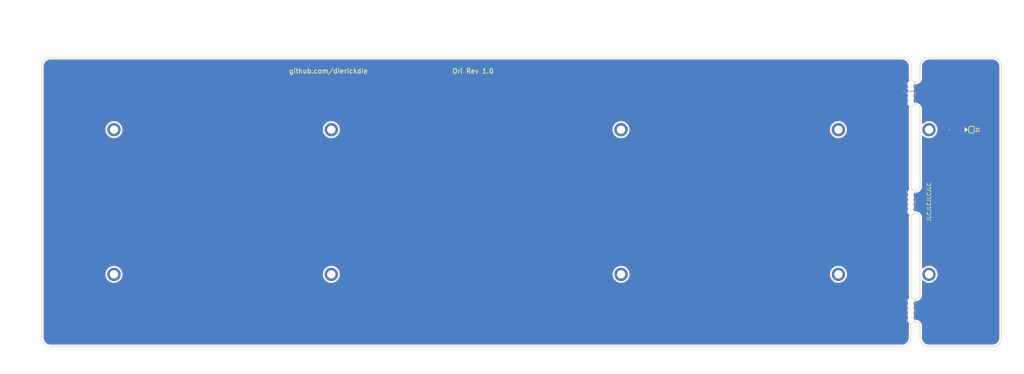
<source format=kicad_pcb>
(kicad_pcb (version 20171130) (host pcbnew "(5.1.10-1-10_14)")
  (layers (0 F.Cu signal) (31 B.Cu signal) (34 B.Paste user) (35 F.Paste user) (36 B.SilkS user) (37 F.SilkS user) (38 B.Mask user) (39 F.Mask user) (44 Edge.Cuts user))
  (net 0 "")
  (net 1 GND)
  (net 2 "Net-(D1-Pad1)")
  (module Keeb_footprints:MX100_outline (layer F.Cu) (at 270.27301 50.00646)
    (fp_text reference U7)
    (fp_text value HOLE)
  )
  (module Keeb_footprints:MX100_outline (layer F.Cu) (at 251.22293 50.00646)
    (fp_text reference U6)
    (fp_text value HOLE)
  )
  (module random-keyboard-parts:Generic-Mounthole (layer F.Cu) (at 379.835826 97.618904)
    (fp_text reference H18)
    (fp_text value MountingHole)
    (pad 1 thru_hole circle (at 0 0) (size 3.5 3.5) (drill 2.2) (layers *.Cu *.Mask))
  )
  (module random-keyboard-parts:Generic-Mounthole (layer F.Cu) (at 379.835826 59.518936)
    (fp_text reference H17)
    (fp_text value MountingHole)
    (pad 1 thru_hole circle (at 0 0) (size 3.5 3.5) (drill 2.2) (layers *.Cu *.Mask))
  )
  (module Keeb_footprints:D_SOD-123_modified (layer F.Cu) (at 389.36137 59.51884 180)
    (fp_text reference D1 (at -3.302 0 90) (layer F.SilkS) (effects (font (size 0.8 0.7))))
    (fp_text value DIODE)
    (fp_line (start -0.9 -0.4) (end -0.9 0.4) (layer F.SilkS) (width 0.2))
    (fp_line (start -1.899962 -0.9) (end -1.4 -0.9) (layer F.SilkS) (width 0.2))
    (fp_line (start -2.4 -0.4) (end -2.4 0.4) (layer F.SilkS) (width 0.2))
    (fp_line (start -1.400038 0.9) (end -1.9 0.9) (layer F.SilkS) (width 0.2))
    (fp_poly (pts (xy -0.6858 0) (xy 0.1142 -0.6) (xy 0.1142 0.6)) (layer F.SilkS) (width 0.1))
    (fp_arc (start -1.4 0.4) (end -1.4 0.9) (angle -90) (layer F.SilkS) (width 0.2))
    (fp_arc (start -1.9 0.4) (end -2.4 0.4) (angle -90) (layer F.SilkS) (width 0.2))
    (fp_arc (start -1.9 -0.4) (end -1.9 -0.9) (angle -90) (layer F.SilkS) (width 0.2))
    (fp_arc (start -1.4 -0.4) (end -0.9 -0.4) (angle -90) (layer F.SilkS) (width 0.2))
    (pad 2 smd roundrect (at 1.65 0 180) (size 1 1.2) (layers F.Cu F.Paste F.Mask) (net 1 GND))
    (pad 1 smd roundrect (at -1.65 0 180) (size 1 1.2) (layers F.Cu F.Paste F.Mask) (net 2 "Net-(D1-Pad1)"))
  )
  (module Keeb_footprints:MX100_outline (layer F.Cu) (at 389.36137 69.04388)
    (fp_text reference U53)
    (fp_text value HOLE)
  )
  (module Keeb_footprints:MX100_outline (layer F.Cu) (at 389.33601 107.1567)
    (fp_text reference U61)
    (fp_text value HOLE)
  )
  (module Keeb_footprints:MX100_outline (layer F.Cu) (at 389.33601 50.00646)
    (fp_text reference U49)
    (fp_text value HOLE)
  )
  (module random-keyboard-parts:Generic-Mounthole (layer F.Cu) (at 356.023346 97.618904)
    (fp_text reference H16)
    (fp_text value MountingHole)
    (pad 1 thru_hole circle (at 0 0) (size 3.5 3.5) (drill 2.2) (layers *.Cu *.Mask))
  )
  (module Keeb_footprints:MX100_outline (layer F.Cu) (at 389.361002 88.10662)
    (fp_text reference U57)
    (fp_text value HOLE)
  )
  (module acheron_Hardware:MouseBite_IPC7351 (layer F.Cu) (at 375.04845 49.9938 90)
    (fp_text reference H19)
    (fp_text value MountingHole)
    (pad "" np_thru_hole circle (at -2.5 0 90) (size 0.8 0.8) (drill 0.8) (layers *.Cu *.Mask))
    (pad "" np_thru_hole circle (at -1.25 0 90) (size 0.8 0.8) (drill 0.8) (layers *.Cu *.Mask))
    (pad "" np_thru_hole circle (at 2.5 0 90) (size 0.8 0.8) (drill 0.8) (layers *.Cu *.Mask))
    (pad "" np_thru_hole circle (at 1.25 0 90) (size 0.8 0.8) (drill 0.8) (layers *.Cu *.Mask))
    (pad "" np_thru_hole circle (at 0 0 90) (size 0.8 0.8) (drill 0.8) (layers *.Cu *.Mask))
  )
  (module acheron_Hardware:MouseBite_IPC7351 (layer F.Cu) (at 375.04845 107.1567 90)
    (fp_text reference H20)
    (fp_text value MountingHole)
    (pad "" np_thru_hole circle (at -2.5 0 90) (size 0.8 0.8) (drill 0.8) (layers *.Cu *.Mask))
    (pad "" np_thru_hole circle (at -1.25 0 90) (size 0.8 0.8) (drill 0.8) (layers *.Cu *.Mask))
    (pad "" np_thru_hole circle (at 2.5 0 90) (size 0.8 0.8) (drill 0.8) (layers *.Cu *.Mask))
    (pad "" np_thru_hole circle (at 1.25 0 90) (size 0.8 0.8) (drill 0.8) (layers *.Cu *.Mask))
    (pad "" np_thru_hole circle (at 0 0 90) (size 0.8 0.8) (drill 0.8) (layers *.Cu *.Mask))
  )
  (module acheron_Hardware:MouseBite_IPC7351 (layer F.Cu) (at 375.04845 78.58158 90)
    (fp_text reference H21)
    (fp_text value MountingHole)
    (pad "" np_thru_hole circle (at -2.5 0 90) (size 0.8 0.8) (drill 0.8) (layers *.Cu *.Mask))
    (pad "" np_thru_hole circle (at -1.25 0 90) (size 0.8 0.8) (drill 0.8) (layers *.Cu *.Mask))
    (pad "" np_thru_hole circle (at 2.5 0 90) (size 0.8 0.8) (drill 0.8) (layers *.Cu *.Mask))
    (pad "" np_thru_hole circle (at 1.25 0 90) (size 0.8 0.8) (drill 0.8) (layers *.Cu *.Mask))
    (pad "" np_thru_hole circle (at 0 0 90) (size 0.8 0.8) (drill 0.8) (layers *.Cu *.Mask))
  )
  (module random-keyboard-parts:Generic-Mounthole (layer F.Cu) (at 356.023346 59.518936)
    (fp_text reference H15)
    (fp_text value MountingHole)
    (pad 1 thru_hole circle (at 0 0) (size 3.5 3.5) (drill 2.2) (layers *.Cu *.Mask))
  )
  (module random-keyboard-parts:Generic-Mounthole (layer F.Cu) (at 298.873394 97.618904)
    (fp_text reference H14)
    (fp_text value MountingHole)
    (pad 1 thru_hole circle (at 0 0) (size 3.5 3.5) (drill 2.2) (layers *.Cu *.Mask))
  )
  (module random-keyboard-parts:Generic-Mounthole (layer F.Cu) (at 298.84813 59.518936)
    (fp_text reference H13)
    (fp_text value MountingHole)
    (pad 1 thru_hole circle (at 0 0) (size 3.5 3.5) (drill 2.2) (layers *.Cu *.Mask))
  )
  (module random-keyboard-parts:Generic-Mounthole (layer F.Cu) (at 222.673458 97.618904)
    (fp_text reference H12)
    (fp_text value MountingHole)
    (pad 1 thru_hole circle (at 0 0) (size 3.5 3.5) (drill 2.2) (layers *.Cu *.Mask))
  )
  (module random-keyboard-parts:Generic-Mounthole (layer F.Cu) (at 222.673458 59.518936)
    (fp_text reference H11)
    (fp_text value MountingHole)
    (pad 1 thru_hole circle (at 0 0) (size 3.5 3.5) (drill 2.2) (layers *.Cu *.Mask))
  )
  (module random-keyboard-parts:Generic-Mounthole (layer F.Cu) (at 165.523506 97.618904)
    (fp_text reference H10)
    (fp_text value MountingHole)
    (pad 1 thru_hole circle (at 0 0) (size 3.5 3.5) (drill 2.2) (layers *.Cu *.Mask))
  )
  (module random-keyboard-parts:Generic-Mounthole (layer F.Cu) (at 165.523314 59.518904)
    (fp_text reference H9)
    (fp_text value MountingHole)
    (pad 1 thru_hole circle (at 0 0) (size 3.5 3.5) (drill 2.2) (layers *.Cu *.Mask))
  )
  (module Keeb_footprints:MX100_outline (layer F.Cu) (at 365.52341 107.1567)
    (fp_text reference U48)
    (fp_text value HOLE)
  )
  (module Keeb_footprints:MX100_outline (layer F.Cu) (at 346.47333 107.16)
    (fp_text reference U47)
    (fp_text value HOLE)
  )
  (module Keeb_footprints:MX100_outline (layer F.Cu) (at 327.42325 107.1567)
    (fp_text reference U46)
    (fp_text value HOLE)
  )
  (module Keeb_footprints:MX100_outline (layer F.Cu) (at 308.37317 107.1567)
    (fp_text reference U45)
    (fp_text value HOLE)
  )
  (module Keeb_footprints:MX100_outline (layer F.Cu) (at 289.32309 107.1567)
    (fp_text reference U44)
    (fp_text value HOLE)
  )
  (module Keeb_footprints:MX100_outline (layer F.Cu) (at 270.27301 107.1567)
    (fp_text reference U43)
    (fp_text value HOLE)
  )
  (module Keeb_footprints:MX100_outline (layer F.Cu) (at 251.22293 107.1567)
    (fp_text reference U42)
    (fp_text value HOLE)
  )
  (module Keeb_footprints:MX100_outline (layer F.Cu) (at 251.22293 88.10662)
    (fp_text reference U30)
    (fp_text value HOLE)
  )
  (module Keeb_footprints:MX100_outline (layer F.Cu) (at 232.17285 88.10662)
    (fp_text reference U29)
    (fp_text value HOLE)
  )
  (module Keeb_footprints:MX100_outline (layer F.Cu) (at 213.12277 88.10662)
    (fp_text reference U28)
    (fp_text value HOLE)
  )
  (module Keeb_footprints:MX100_outline (layer F.Cu) (at 194.07269 88.10662)
    (fp_text reference U27)
    (fp_text value HOLE)
  )
  (module Keeb_footprints:MX100_outline (layer F.Cu) (at 175.02261 88.10662)
    (fp_text reference U26)
    (fp_text value HOLE)
  )
  (module Keeb_footprints:MX100_outline (layer F.Cu) (at 155.97253 88.10662)
    (fp_text reference U25)
    (fp_text value HOLE)
  )
  (module Keeb_footprints:MX100_outline (layer F.Cu) (at 365.52341 69.05654)
    (fp_text reference U24)
    (fp_text value HOLE)
  )
  (module Keeb_footprints:MX100_outline (layer F.Cu) (at 232.17285 107.1567)
    (fp_text reference U41)
    (fp_text value HOLE)
  )
  (module Keeb_footprints:MX100_outline (layer F.Cu) (at 213.12277 107.1567)
    (fp_text reference U40)
    (fp_text value HOLE)
  )
  (module Keeb_footprints:MX100_outline (layer F.Cu) (at 194.07269 107.1567)
    (fp_text reference U39)
    (fp_text value HOLE)
  )
  (module Keeb_footprints:MX100_outline (layer F.Cu) (at 175.02261 107.1567)
    (fp_text reference U38)
    (fp_text value HOLE)
  )
  (module Keeb_footprints:MX100_outline (layer F.Cu) (at 155.97253 107.1567)
    (fp_text reference U37)
    (fp_text value HOLE)
  )
  (module Keeb_footprints:MX100_outline (layer F.Cu) (at 365.52341 88.10662)
    (fp_text reference U36)
    (fp_text value HOLE)
  )
  (module Keeb_footprints:MX100_outline (layer F.Cu) (at 346.47333 88.10662)
    (fp_text reference U35)
    (fp_text value HOLE)
  )
  (module Keeb_footprints:MX100_outline (layer F.Cu) (at 327.42325 88.10662)
    (fp_text reference U34)
    (fp_text value HOLE)
  )
  (module Keeb_footprints:MX100_outline (layer F.Cu) (at 308.37317 88.10662)
    (fp_text reference U33)
    (fp_text value HOLE)
  )
  (module Keeb_footprints:MX100_outline (layer F.Cu) (at 289.32309 88.10662)
    (fp_text reference U32)
    (fp_text value HOLE)
  )
  (module Keeb_footprints:MX100_outline (layer F.Cu) (at 270.27301 88.10662)
    (fp_text reference U31)
    (fp_text value HOLE)
  )
  (module Keeb_footprints:MX100_outline (layer F.Cu) (at 346.47333 69.05654)
    (fp_text reference U23)
    (fp_text value HOLE)
  )
  (module Keeb_footprints:MX100_outline (layer F.Cu) (at 327.42325 69.05654)
    (fp_text reference U22)
    (fp_text value HOLE)
  )
  (module Keeb_footprints:MX100_outline (layer F.Cu) (at 308.37317 69.05654)
    (fp_text reference U21)
    (fp_text value HOLE)
  )
  (module Keeb_footprints:MX100_outline (layer F.Cu) (at 289.32309 69.05654)
    (fp_text reference U20)
    (fp_text value HOLE)
  )
  (module Keeb_footprints:MX100_outline (layer F.Cu) (at 270.27301 69.05654)
    (fp_text reference U19)
    (fp_text value HOLE)
  )
  (module Keeb_footprints:MX100_outline (layer F.Cu) (at 251.22293 69.05654)
    (fp_text reference U18)
    (fp_text value HOLE)
  )
  (module Keeb_footprints:MX100_outline (layer F.Cu) (at 232.17285 69.05654)
    (fp_text reference U17)
    (fp_text value HOLE)
  )
  (module Keeb_footprints:MX100_outline (layer F.Cu) (at 213.12277 69.05654)
    (fp_text reference U16)
    (fp_text value HOLE)
  )
  (module Keeb_footprints:MX100_outline (layer F.Cu) (at 194.07269 69.05654)
    (fp_text reference U15)
    (fp_text value HOLE)
  )
  (module Keeb_footprints:MX100_outline (layer F.Cu) (at 175.02261 69.05654)
    (fp_text reference U14)
    (fp_text value HOLE)
  )
  (module Keeb_footprints:MX100_outline (layer F.Cu) (at 155.97253 69.05654)
    (fp_text reference U13)
    (fp_text value HOLE)
  )
  (module Keeb_footprints:MX100_outline (layer F.Cu) (at 365.52341 50.00646)
    (fp_text reference U12)
    (fp_text value HOLE)
  )
  (module Keeb_footprints:MX100_outline (layer F.Cu) (at 346.47333 50.00646)
    (fp_text reference U11)
    (fp_text value HOLE)
  )
  (module Keeb_footprints:MX100_outline (layer F.Cu) (at 327.42325 50.00646)
    (fp_text reference U10)
    (fp_text value HOLE)
  )
  (module Keeb_footprints:MX100_outline (layer F.Cu) (at 308.37317 50.00646)
    (fp_text reference U9)
    (fp_text value HOLE)
  )
  (module Keeb_footprints:MX100_outline (layer F.Cu) (at 289.32309 50.00646)
    (fp_text reference U8)
    (fp_text value HOLE)
  )
  (module Keeb_footprints:MX100_outline (layer F.Cu) (at 232.17285 50.00646)
    (fp_text reference U5)
    (fp_text value HOLE)
  )
  (module Keeb_footprints:MX100_outline (layer F.Cu) (at 213.12277 50.00646)
    (fp_text reference U4)
    (fp_text value HOLE)
  )
  (module Keeb_footprints:MX100_outline (layer F.Cu) (at 194.07269 50.00646)
    (fp_text reference U3)
    (fp_text value HOLE)
  )
  (module Keeb_footprints:MX100_outline (layer F.Cu) (at 175.02261 50.00646)
    (fp_text reference U2)
    (fp_text value HOLE)
  )
  (module Keeb_footprints:MX100_outline (layer F.Cu) (at 155.97253 50.00646)
    (fp_text reference U1)
    (fp_text value HOLE)
  )
  (gr_line (start 396.50515 40.46876) (end 379.83633 40.46876) (layer Edge.Cuts) (width 0.15))
  (gr_line (start 396.50515 116.66908) (end 379.83633 116.66908) (layer Edge.Cuts) (width 0.15))
  (gr_line (start 372.69255 116.66908) (end 148.85411 116.66908) (layer Edge.Cuts) (width 0.15))
  (gr_line (start 148.85411 40.46876) (end 372.69255 40.46876) (layer Edge.Cuts) (width 0.15))
  (gr_line (start 376.26444 50.589115) (end 376.26444 49.398485) (layer B.SilkS) (width 0.15))
  (gr_line (start 376.26444 110.120615) (end 376.26444 108.929985) (layer B.SilkS) (width 0.15))
  (gr_line (start 376.26444 105.358095) (end 376.26444 104.167465) (layer B.SilkS) (width 0.15))
  (gr_line (start 376.26444 107.739355) (end 376.26444 106.548725) (layer B.SilkS) (width 0.15))
  (gr_line (start 376.26444 52.970375) (end 376.26444 51.779745) (layer B.SilkS) (width 0.15))
  (gr_line (start 376.26444 48.207855) (end 376.26444 47.017225) (layer B.SilkS) (width 0.15))
  (gr_line (start 376.26444 76.782975) (end 376.26444 75.592345) (layer B.SilkS) (width 0.15))
  (gr_line (start 376.26444 79.164235) (end 376.26444 77.973605) (layer B.SilkS) (width 0.15))
  (gr_line (start 376.26444 81.545495) (end 376.26444 80.354865) (layer B.SilkS) (width 0.15))
  (gr_line (start 146.47285 42.85002) (end 146.47285 114.28782) (layer Edge.Cuts) (width 0.15))
  (gr_line (start 377.45507 111.311245) (end 377.45507 114.28782) (layer Edge.Cuts) (width 0.15))
  (gr_line (start 375.07381 111.311245) (end 375.07381 114.28782) (layer Edge.Cuts) (width 0.15))
  (gr_line (start 375.07381 82.736125) (end 375.07381 102.976835) (layer Edge.Cuts) (width 0.15))
  (gr_line (start 377.45507 82.736125) (end 377.45507 102.976835) (layer Edge.Cuts) (width 0.15))
  (gr_line (start 377.45507 74.401715) (end 377.45507 54.161005) (layer Edge.Cuts) (width 0.15))
  (gr_line (start 375.07381 54.161005) (end 375.07381 74.401715) (layer Edge.Cuts) (width 0.15))
  (gr_line (start 377.45507 42.85002) (end 377.45507 45.826595) (layer Edge.Cuts) (width 0.15))
  (gr_line (start 398.88641 114.28782) (end 398.88641 42.85002) (layer Edge.Cuts) (width 0.15))
  (gr_line (start 375.07381 42.85002) (end 375.07381 45.826595) (layer Edge.Cuts) (width 0.15))
  (gr_arc (start 379.83633 42.85002) (end 379.83633 40.46876) (angle -90) (layer Edge.Cuts) (width 0.15))
  (gr_arc (start 379.83633 114.28782) (end 377.45507 114.28782) (angle -90) (layer Edge.Cuts) (width 0.15))
  (gr_arc (start 376.26444 111.311245) (end 377.45507 111.311245) (angle -180) (layer Edge.Cuts) (width 0.15))
  (gr_arc (start 376.26444 102.976835) (end 375.07381 102.976835) (angle -180) (layer Edge.Cuts) (width 0.15))
  (gr_arc (start 376.26444 82.736125) (end 377.45507 82.736125) (angle -180) (layer Edge.Cuts) (width 0.15))
  (gr_arc (start 376.26444 74.401715) (end 375.07381 74.401715) (angle -180) (layer Edge.Cuts) (width 0.15))
  (gr_arc (start 376.26444 54.161005) (end 377.45507 54.161005) (angle -180) (layer Edge.Cuts) (width 0.15))
  (gr_arc (start 376.26444 45.826595) (end 375.07381 45.826595) (angle -180) (layer Edge.Cuts) (width 0.15))
  (gr_arc (start 396.50515 42.85002) (end 398.88641 42.85002) (angle -90) (layer Edge.Cuts) (width 0.15))
  (gr_arc (start 396.50515 114.28782) (end 396.50515 116.66908) (angle -90) (layer Edge.Cuts) (width 0.15))
  (gr_arc (start 372.69255 42.85002) (end 375.07381 42.85002) (angle -90) (layer Edge.Cuts) (width 0.15))
  (gr_arc (start 372.69255 114.28782) (end 372.69255 116.66908) (angle -90) (layer Edge.Cuts) (width 0.15))
  (gr_arc (start 148.85411 114.28782) (end 146.47285 114.28782) (angle -90) (layer Edge.Cuts) (width 0.15))
  (gr_arc (start 148.85411 42.85002) (end 148.85411 40.46876) (angle -90) (layer Edge.Cuts) (width 0.15))
  (gr_text JLCJLCJLCJLC (at 379.835994 78.56892 90) (layer F.SilkS) (effects (font (size 1 1))))
  (gr_text github.com/dierickdie (at 221.919416 44.079884) (layer F.SilkS) (effects (font (size 1.25 1.25) (thickness 0.2))))
  (gr_text "Ori Rev 1.0" (at 259.919316 44.079884) (layer F.SilkS) (effects (font (size 1.25 1.25) (thickness 0.2))))
  (via (at 373.287865 49.398485) (size 0.5) (drill 0.25) (layers F.Cu B.Cu) (net 1))
  (via (at 385.194165 59.51884) (size 0.5) (drill 0.25) (layers F.Cu B.Cu) (net 1))
  (segment (start 387.71137 59.51884) (end 385.194165 59.51884) (width 0.25) (layer F.Cu) (net 1))
  (segment (start 376.859755 49.398485) (end 373.287865 49.398485) (width 0.13) (layer F.Cu) (net 1))
  (zone (net 1) (net_name GND) (layer B.Cu) (connect_pads (clearance 0.508)) (min_thickness 0.254) (fill yes (arc_segments 32) (thermal_gap 0.508) (thermal_bridge_width 0.508))
    (polygon (pts (xy 404.83956 34.51561) (xy 404.83956 123.81286) (xy 142.90096 123.81286) (xy 142.90096 34.51561)))
  )
  (zone (net 1) (net_name GND) (layer F.Cu) (connect_pads (clearance 0.508)) (min_thickness 0.254) (fill yes (arc_segments 32) (thermal_gap 0.508) (thermal_bridge_width 0.508))
    (polygon (pts (xy 404.83956 34.51561) (xy 404.83956 123.81286) (xy 142.90096 123.81286) (xy 142.90096 34.51561)))
  )
)
</source>
